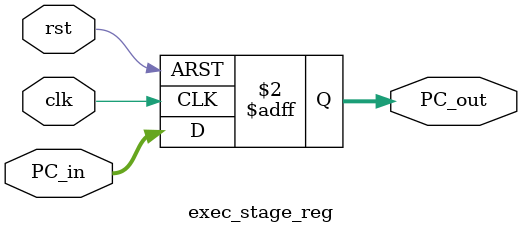
<source format=v>
module exec_stage_reg(
  input clk, rst,
  input [31:0] PC_in,
  output reg [31:0] PC_out
);
  always@(posedge clk, posedge rst) begin
    if(rst)
      PC_out <= 32'b0;
    else
      PC_out <= PC_in;
  end
endmodule
</source>
